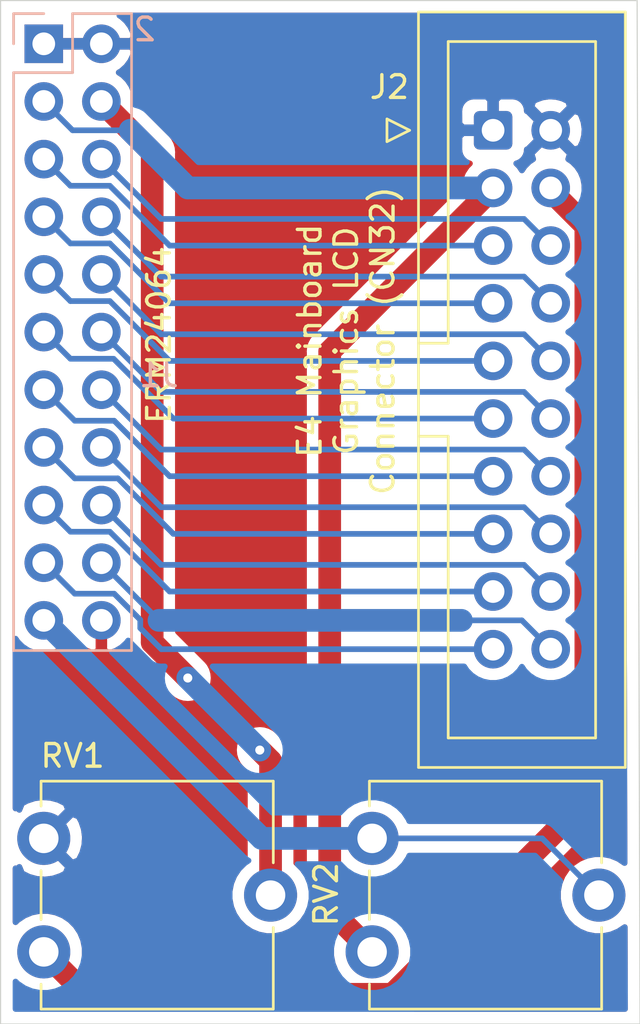
<source format=kicad_pcb>
(kicad_pcb (version 20171130) (host pcbnew "(5.1.10)-1")

  (general
    (thickness 1.6)
    (drawings 7)
    (tracks 85)
    (zones 0)
    (modules 4)
    (nets 22)
  )

  (page A4)
  (layers
    (0 F.Cu signal)
    (31 B.Cu signal)
    (32 B.Adhes user)
    (33 F.Adhes user)
    (34 B.Paste user)
    (35 F.Paste user)
    (36 B.SilkS user)
    (37 F.SilkS user)
    (38 B.Mask user)
    (39 F.Mask user)
    (40 Dwgs.User user)
    (41 Cmts.User user)
    (42 Eco1.User user)
    (43 Eco2.User user)
    (44 Edge.Cuts user)
    (45 Margin user)
    (46 B.CrtYd user)
    (47 F.CrtYd user)
    (48 B.Fab user)
    (49 F.Fab user)
  )

  (setup
    (last_trace_width 1)
    (user_trace_width 0.25)
    (user_trace_width 0.5)
    (user_trace_width 0.75)
    (user_trace_width 1)
    (trace_clearance 0.2)
    (zone_clearance 0.508)
    (zone_45_only no)
    (trace_min 0.2)
    (via_size 0.8)
    (via_drill 0.4)
    (via_min_size 0.4)
    (via_min_drill 0.3)
    (uvia_size 0.3)
    (uvia_drill 0.1)
    (uvias_allowed no)
    (uvia_min_size 0.2)
    (uvia_min_drill 0.1)
    (edge_width 0.05)
    (segment_width 0.2)
    (pcb_text_width 0.3)
    (pcb_text_size 1.5 1.5)
    (mod_edge_width 0.12)
    (mod_text_size 1 1)
    (mod_text_width 0.15)
    (pad_size 1.524 1.524)
    (pad_drill 0.762)
    (pad_to_mask_clearance 0)
    (aux_axis_origin 0 0)
    (visible_elements 7FFFFFFF)
    (pcbplotparams
      (layerselection 0x010fc_ffffffff)
      (usegerberextensions false)
      (usegerberattributes true)
      (usegerberadvancedattributes true)
      (creategerberjobfile true)
      (excludeedgelayer true)
      (linewidth 0.100000)
      (plotframeref false)
      (viasonmask false)
      (mode 1)
      (useauxorigin false)
      (hpglpennumber 1)
      (hpglpenspeed 20)
      (hpglpendiameter 15.000000)
      (psnegative false)
      (psa4output false)
      (plotreference true)
      (plotvalue true)
      (plotinvisibletext false)
      (padsonsilk false)
      (subtractmaskfromsilk false)
      (outputformat 1)
      (mirror false)
      (drillshape 0)
      (scaleselection 1)
      (outputdirectory "gerber/"))
  )

  (net 0 "")
  (net 1 +5V)
  (net 2 "Net-(J1-Pad4)")
  (net 3 ~WR)
  (net 4 ~RD)
  (net 5 ~CE)
  (net 6 C_D)
  (net 7 NC)
  (net 8 ~RST)
  (net 9 DB0)
  (net 10 DB1)
  (net 11 DB2)
  (net 12 DB3)
  (net 13 DB4)
  (net 14 DB5)
  (net 15 DB6)
  (net 16 DB7)
  (net 17 FS)
  (net 18 VOUT)
  (net 19 V0)
  (net 20 LED_A)
  (net 21 LED_K)

  (net_class Default "This is the default net class."
    (clearance 0.2)
    (trace_width 0.25)
    (via_dia 0.8)
    (via_drill 0.4)
    (uvia_dia 0.3)
    (uvia_drill 0.1)
    (add_net +5V)
    (add_net C_D)
    (add_net DB0)
    (add_net DB1)
    (add_net DB2)
    (add_net DB3)
    (add_net DB4)
    (add_net DB5)
    (add_net DB6)
    (add_net DB7)
    (add_net FS)
    (add_net LED_A)
    (add_net LED_K)
    (add_net NC)
    (add_net "Net-(J1-Pad4)")
    (add_net V0)
    (add_net VOUT)
    (add_net ~CE)
    (add_net ~RD)
    (add_net ~RST)
    (add_net ~WR)
  )

  (module Connector_PinSocket_2.54mm:PinSocket_2x11_P2.54mm_Vertical (layer B.Cu) (tedit 5A19A41F) (tstamp 60F11A8B)
    (at 127 30.48 180)
    (descr "Through hole straight socket strip, 2x11, 2.54mm pitch, double cols (from Kicad 4.0.7), script generated")
    (tags "Through hole socket strip THT 2x11 2.54mm double row")
    (path /60F381EC)
    (fp_text reference J1 (at -5.08 -14.605) (layer B.SilkS)
      (effects (font (size 1 1) (thickness 0.15)) (justify mirror))
    )
    (fp_text value ERM24064-1-display (at -1.27 -9.398 270) (layer F.Fab)
      (effects (font (size 1 1) (thickness 0.15)))
    )
    (fp_line (start -3.81 1.27) (end 0.27 1.27) (layer B.Fab) (width 0.1))
    (fp_line (start 0.27 1.27) (end 1.27 0.27) (layer B.Fab) (width 0.1))
    (fp_line (start 1.27 0.27) (end 1.27 -26.67) (layer B.Fab) (width 0.1))
    (fp_line (start 1.27 -26.67) (end -3.81 -26.67) (layer B.Fab) (width 0.1))
    (fp_line (start -3.81 -26.67) (end -3.81 1.27) (layer B.Fab) (width 0.1))
    (fp_line (start -3.87 1.33) (end -1.27 1.33) (layer B.SilkS) (width 0.12))
    (fp_line (start -3.87 1.33) (end -3.87 -26.73) (layer B.SilkS) (width 0.12))
    (fp_line (start -3.87 -26.73) (end 1.33 -26.73) (layer B.SilkS) (width 0.12))
    (fp_line (start 1.33 -1.27) (end 1.33 -26.73) (layer B.SilkS) (width 0.12))
    (fp_line (start -1.27 -1.27) (end 1.33 -1.27) (layer B.SilkS) (width 0.12))
    (fp_line (start -1.27 1.33) (end -1.27 -1.27) (layer B.SilkS) (width 0.12))
    (fp_line (start 1.33 1.33) (end 1.33 0) (layer B.SilkS) (width 0.12))
    (fp_line (start 0 1.33) (end 1.33 1.33) (layer B.SilkS) (width 0.12))
    (fp_line (start -4.34 1.8) (end 1.76 1.8) (layer B.CrtYd) (width 0.05))
    (fp_line (start 1.76 1.8) (end 1.76 -27.15) (layer B.CrtYd) (width 0.05))
    (fp_line (start 1.76 -27.15) (end -4.34 -27.15) (layer B.CrtYd) (width 0.05))
    (fp_line (start -4.34 -27.15) (end -4.34 1.8) (layer B.CrtYd) (width 0.05))
    (fp_text user %R (at -1.27 -12.7 270) (layer B.Fab)
      (effects (font (size 1 1) (thickness 0.15)) (justify mirror))
    )
    (pad 1 thru_hole rect (at 0 0 180) (size 1.7 1.7) (drill 1) (layers *.Cu *.Mask)
      (net 21 LED_K))
    (pad 2 thru_hole oval (at -2.54 0 180) (size 1.7 1.7) (drill 1) (layers *.Cu *.Mask)
      (net 21 LED_K))
    (pad 3 thru_hole oval (at 0 -2.54 180) (size 1.7 1.7) (drill 1) (layers *.Cu *.Mask)
      (net 1 +5V))
    (pad 4 thru_hole oval (at -2.54 -2.54 180) (size 1.7 1.7) (drill 1) (layers *.Cu *.Mask)
      (net 2 "Net-(J1-Pad4)"))
    (pad 5 thru_hole oval (at 0 -5.08 180) (size 1.7 1.7) (drill 1) (layers *.Cu *.Mask)
      (net 3 ~WR))
    (pad 6 thru_hole oval (at -2.54 -5.08 180) (size 1.7 1.7) (drill 1) (layers *.Cu *.Mask)
      (net 4 ~RD))
    (pad 7 thru_hole oval (at 0 -7.62 180) (size 1.7 1.7) (drill 1) (layers *.Cu *.Mask)
      (net 5 ~CE))
    (pad 8 thru_hole oval (at -2.54 -7.62 180) (size 1.7 1.7) (drill 1) (layers *.Cu *.Mask)
      (net 6 C_D))
    (pad 9 thru_hole oval (at 0 -10.16 180) (size 1.7 1.7) (drill 1) (layers *.Cu *.Mask)
      (net 7 NC))
    (pad 10 thru_hole oval (at -2.54 -10.16 180) (size 1.7 1.7) (drill 1) (layers *.Cu *.Mask)
      (net 8 ~RST))
    (pad 11 thru_hole oval (at 0 -12.7 180) (size 1.7 1.7) (drill 1) (layers *.Cu *.Mask)
      (net 9 DB0))
    (pad 12 thru_hole oval (at -2.54 -12.7 180) (size 1.7 1.7) (drill 1) (layers *.Cu *.Mask)
      (net 10 DB1))
    (pad 13 thru_hole oval (at 0 -15.24 180) (size 1.7 1.7) (drill 1) (layers *.Cu *.Mask)
      (net 11 DB2))
    (pad 14 thru_hole oval (at -2.54 -15.24 180) (size 1.7 1.7) (drill 1) (layers *.Cu *.Mask)
      (net 12 DB3))
    (pad 15 thru_hole oval (at 0 -17.78 180) (size 1.7 1.7) (drill 1) (layers *.Cu *.Mask)
      (net 13 DB4))
    (pad 16 thru_hole oval (at -2.54 -17.78 180) (size 1.7 1.7) (drill 1) (layers *.Cu *.Mask)
      (net 14 DB5))
    (pad 17 thru_hole oval (at 0 -20.32 180) (size 1.7 1.7) (drill 1) (layers *.Cu *.Mask)
      (net 15 DB6))
    (pad 18 thru_hole oval (at -2.54 -20.32 180) (size 1.7 1.7) (drill 1) (layers *.Cu *.Mask)
      (net 16 DB7))
    (pad 19 thru_hole oval (at 0 -22.86 180) (size 1.7 1.7) (drill 1) (layers *.Cu *.Mask)
      (net 17 FS))
    (pad 20 thru_hole oval (at -2.54 -22.86 180) (size 1.7 1.7) (drill 1) (layers *.Cu *.Mask)
      (net 18 VOUT))
    (pad 21 thru_hole oval (at 0 -25.4 180) (size 1.7 1.7) (drill 1) (layers *.Cu *.Mask)
      (net 20 LED_A))
    (pad 22 thru_hole oval (at -2.54 -25.4 180) (size 1.7 1.7) (drill 1) (layers *.Cu *.Mask)
      (net 21 LED_K))
    (model ${KISYS3DMOD}/Connector_PinSocket_2.54mm.3dshapes/PinSocket_2x11_P2.54mm_Vertical.wrl
      (at (xyz 0 0 0))
      (scale (xyz 1 1 1))
      (rotate (xyz 0 0 0))
    )
  )

  (module Connector_IDC:IDC-Header_2x10_P2.54mm_Vertical (layer F.Cu) (tedit 5EAC9A07) (tstamp 60F128F0)
    (at 146.812 34.29)
    (descr "Through hole IDC box header, 2x10, 2.54mm pitch, DIN 41651 / IEC 60603-13, double rows, https://docs.google.com/spreadsheets/d/16SsEcesNF15N3Lb4niX7dcUr-NY5_MFPQhobNuNppn4/edit#gid=0")
    (tags "Through hole vertical IDC box header THT 2x10 2.54mm double row")
    (path /60F3A593)
    (fp_text reference J2 (at -4.572 -1.905) (layer F.SilkS)
      (effects (font (size 1 1) (thickness 0.15)))
    )
    (fp_text value ERM24064-1-mainboard (at -1.778 11.938 90) (layer F.Fab)
      (effects (font (size 1 1) (thickness 0.15)))
    )
    (fp_line (start -3.18 -4.1) (end -2.18 -5.1) (layer F.Fab) (width 0.1))
    (fp_line (start -2.18 -5.1) (end 5.72 -5.1) (layer F.Fab) (width 0.1))
    (fp_line (start 5.72 -5.1) (end 5.72 27.96) (layer F.Fab) (width 0.1))
    (fp_line (start 5.72 27.96) (end -3.18 27.96) (layer F.Fab) (width 0.1))
    (fp_line (start -3.18 27.96) (end -3.18 -4.1) (layer F.Fab) (width 0.1))
    (fp_line (start -3.18 9.38) (end -1.98 9.38) (layer F.Fab) (width 0.1))
    (fp_line (start -1.98 9.38) (end -1.98 -3.91) (layer F.Fab) (width 0.1))
    (fp_line (start -1.98 -3.91) (end 4.52 -3.91) (layer F.Fab) (width 0.1))
    (fp_line (start 4.52 -3.91) (end 4.52 26.77) (layer F.Fab) (width 0.1))
    (fp_line (start 4.52 26.77) (end -1.98 26.77) (layer F.Fab) (width 0.1))
    (fp_line (start -1.98 26.77) (end -1.98 13.48) (layer F.Fab) (width 0.1))
    (fp_line (start -1.98 13.48) (end -1.98 13.48) (layer F.Fab) (width 0.1))
    (fp_line (start -1.98 13.48) (end -3.18 13.48) (layer F.Fab) (width 0.1))
    (fp_line (start -3.29 -5.21) (end 5.83 -5.21) (layer F.SilkS) (width 0.12))
    (fp_line (start 5.83 -5.21) (end 5.83 28.07) (layer F.SilkS) (width 0.12))
    (fp_line (start 5.83 28.07) (end -3.29 28.07) (layer F.SilkS) (width 0.12))
    (fp_line (start -3.29 28.07) (end -3.29 -5.21) (layer F.SilkS) (width 0.12))
    (fp_line (start -3.29 9.38) (end -1.98 9.38) (layer F.SilkS) (width 0.12))
    (fp_line (start -1.98 9.38) (end -1.98 -3.91) (layer F.SilkS) (width 0.12))
    (fp_line (start -1.98 -3.91) (end 4.52 -3.91) (layer F.SilkS) (width 0.12))
    (fp_line (start 4.52 -3.91) (end 4.52 26.77) (layer F.SilkS) (width 0.12))
    (fp_line (start 4.52 26.77) (end -1.98 26.77) (layer F.SilkS) (width 0.12))
    (fp_line (start -1.98 26.77) (end -1.98 13.48) (layer F.SilkS) (width 0.12))
    (fp_line (start -1.98 13.48) (end -1.98 13.48) (layer F.SilkS) (width 0.12))
    (fp_line (start -1.98 13.48) (end -3.29 13.48) (layer F.SilkS) (width 0.12))
    (fp_line (start -3.68 0) (end -4.68 -0.5) (layer F.SilkS) (width 0.12))
    (fp_line (start -4.68 -0.5) (end -4.68 0.5) (layer F.SilkS) (width 0.12))
    (fp_line (start -4.68 0.5) (end -3.68 0) (layer F.SilkS) (width 0.12))
    (fp_line (start -3.68 -5.6) (end -3.68 28.46) (layer F.CrtYd) (width 0.05))
    (fp_line (start -3.68 28.46) (end 6.22 28.46) (layer F.CrtYd) (width 0.05))
    (fp_line (start 6.22 28.46) (end 6.22 -5.6) (layer F.CrtYd) (width 0.05))
    (fp_line (start 6.22 -5.6) (end -3.68 -5.6) (layer F.CrtYd) (width 0.05))
    (fp_text user %R (at 1.27 11.43 90) (layer F.Fab)
      (effects (font (size 1 1) (thickness 0.15)))
    )
    (pad 1 thru_hole roundrect (at 0 0) (size 1.7 1.7) (drill 1) (layers *.Cu *.Mask) (roundrect_rratio 0.1470588235294118)
      (net 21 LED_K))
    (pad 3 thru_hole circle (at 0 2.54) (size 1.7 1.7) (drill 1) (layers *.Cu *.Mask)
      (net 1 +5V))
    (pad 5 thru_hole circle (at 0 5.08) (size 1.7 1.7) (drill 1) (layers *.Cu *.Mask)
      (net 3 ~WR))
    (pad 7 thru_hole circle (at 0 7.62) (size 1.7 1.7) (drill 1) (layers *.Cu *.Mask)
      (net 5 ~CE))
    (pad 9 thru_hole circle (at 0 10.16) (size 1.7 1.7) (drill 1) (layers *.Cu *.Mask)
      (net 7 NC))
    (pad 11 thru_hole circle (at 0 12.7) (size 1.7 1.7) (drill 1) (layers *.Cu *.Mask)
      (net 9 DB0))
    (pad 13 thru_hole circle (at 0 15.24) (size 1.7 1.7) (drill 1) (layers *.Cu *.Mask)
      (net 11 DB2))
    (pad 15 thru_hole circle (at 0 17.78) (size 1.7 1.7) (drill 1) (layers *.Cu *.Mask)
      (net 13 DB4))
    (pad 17 thru_hole circle (at 0 20.32) (size 1.7 1.7) (drill 1) (layers *.Cu *.Mask)
      (net 15 DB6))
    (pad 19 thru_hole circle (at 0 22.86) (size 1.7 1.7) (drill 1) (layers *.Cu *.Mask)
      (net 17 FS))
    (pad 2 thru_hole circle (at 2.54 0) (size 1.7 1.7) (drill 1) (layers *.Cu *.Mask)
      (net 21 LED_K))
    (pad 4 thru_hole circle (at 2.54 2.54) (size 1.7 1.7) (drill 1) (layers *.Cu *.Mask)
      (net 19 V0))
    (pad 6 thru_hole circle (at 2.54 5.08) (size 1.7 1.7) (drill 1) (layers *.Cu *.Mask)
      (net 4 ~RD))
    (pad 8 thru_hole circle (at 2.54 7.62) (size 1.7 1.7) (drill 1) (layers *.Cu *.Mask)
      (net 6 C_D))
    (pad 10 thru_hole circle (at 2.54 10.16) (size 1.7 1.7) (drill 1) (layers *.Cu *.Mask)
      (net 8 ~RST))
    (pad 12 thru_hole circle (at 2.54 12.7) (size 1.7 1.7) (drill 1) (layers *.Cu *.Mask)
      (net 10 DB1))
    (pad 14 thru_hole circle (at 2.54 15.24) (size 1.7 1.7) (drill 1) (layers *.Cu *.Mask)
      (net 12 DB3))
    (pad 16 thru_hole circle (at 2.54 17.78) (size 1.7 1.7) (drill 1) (layers *.Cu *.Mask)
      (net 14 DB5))
    (pad 18 thru_hole circle (at 2.54 20.32) (size 1.7 1.7) (drill 1) (layers *.Cu *.Mask)
      (net 16 DB7))
    (pad 20 thru_hole circle (at 2.54 22.86) (size 1.7 1.7) (drill 1) (layers *.Cu *.Mask)
      (net 18 VOUT))
    (model ${KISYS3DMOD}/Connector_IDC.3dshapes/IDC-Header_2x10_P2.54mm_Vertical.wrl
      (at (xyz 0 0 0))
      (scale (xyz 1 1 1))
      (rotate (xyz 0 0 0))
    )
  )

  (module Potentiometer_THT:Potentiometer_ACP_CA9-V10_Vertical (layer F.Cu) (tedit 5A3D4994) (tstamp 60F13C56)
    (at 127 70.485)
    (descr "Potentiometer, vertical, ACP CA9-V10, http://www.acptechnologies.com/wp-content/uploads/2017/05/02-ACP-CA9-CE9.pdf")
    (tags "Potentiometer vertical ACP CA9-V10")
    (path /60F1FCDA)
    (fp_text reference RV1 (at 1.27 -8.636) (layer F.SilkS)
      (effects (font (size 1 1) (thickness 0.15)))
    )
    (fp_text value "Trimpot 10k" (at 5.334 1.651) (layer F.Fab)
      (effects (font (size 1 1) (thickness 0.15)))
    )
    (fp_circle (center 5 -2.5) (end 6.05 -2.5) (layer F.Fab) (width 0.1))
    (fp_line (start 0 -7.4) (end 0 2.4) (layer F.Fab) (width 0.1))
    (fp_line (start 0 2.4) (end 10 2.4) (layer F.Fab) (width 0.1))
    (fp_line (start 10 2.4) (end 10 -7.4) (layer F.Fab) (width 0.1))
    (fp_line (start 10 -7.4) (end 0 -7.4) (layer F.Fab) (width 0.1))
    (fp_line (start -0.12 -7.521) (end 10.12 -7.521) (layer F.SilkS) (width 0.12))
    (fp_line (start -0.12 2.52) (end 10.12 2.52) (layer F.SilkS) (width 0.12))
    (fp_line (start -0.12 -7.521) (end -0.12 -6.426) (layer F.SilkS) (width 0.12))
    (fp_line (start -0.12 -3.574) (end -0.12 -1.425) (layer F.SilkS) (width 0.12))
    (fp_line (start -0.12 1.425) (end -0.12 2.52) (layer F.SilkS) (width 0.12))
    (fp_line (start 10.12 -7.521) (end 10.12 -3.925) (layer F.SilkS) (width 0.12))
    (fp_line (start 10.12 -1.075) (end 10.12 2.52) (layer F.SilkS) (width 0.12))
    (fp_line (start -1.45 -7.65) (end -1.45 2.7) (layer F.CrtYd) (width 0.05))
    (fp_line (start -1.45 2.7) (end 11.45 2.7) (layer F.CrtYd) (width 0.05))
    (fp_line (start 11.45 2.7) (end 11.45 -7.65) (layer F.CrtYd) (width 0.05))
    (fp_line (start 11.45 -7.65) (end -1.45 -7.65) (layer F.CrtYd) (width 0.05))
    (fp_text user %R (at 1 -2.5 90) (layer F.Fab)
      (effects (font (size 1 1) (thickness 0.15)))
    )
    (pad 3 thru_hole circle (at 0 -5) (size 2.34 2.34) (drill 1.3) (layers *.Cu *.Mask)
      (net 21 LED_K))
    (pad 2 thru_hole circle (at 10 -2.5) (size 2.34 2.34) (drill 1.3) (layers *.Cu *.Mask)
      (net 2 "Net-(J1-Pad4)"))
    (pad 1 thru_hole circle (at 0 0) (size 2.34 2.34) (drill 1.3) (layers *.Cu *.Mask)
      (net 19 V0))
    (model ${KISYS3DMOD}/Potentiometer_THT.3dshapes/Potentiometer_ACP_CA9-V10_Vertical.wrl
      (at (xyz 0 0 0))
      (scale (xyz 1 1 1))
      (rotate (xyz 0 0 0))
    )
  )

  (module Potentiometer_THT:Potentiometer_ACP_CA9-V10_Vertical (layer F.Cu) (tedit 5A3D4994) (tstamp 60F1138A)
    (at 141.478 70.485)
    (descr "Potentiometer, vertical, ACP CA9-V10, http://www.acptechnologies.com/wp-content/uploads/2017/05/02-ACP-CA9-CE9.pdf")
    (tags "Potentiometer vertical ACP CA9-V10")
    (path /60F41176)
    (fp_text reference RV2 (at -2.032 -2.54 270) (layer F.SilkS)
      (effects (font (size 1 1) (thickness 0.15)))
    )
    (fp_text value "Trimpot 1k" (at 5.207 1.651) (layer F.Fab)
      (effects (font (size 1 1) (thickness 0.15)))
    )
    (fp_line (start 11.45 -7.65) (end -1.45 -7.65) (layer F.CrtYd) (width 0.05))
    (fp_line (start 11.45 2.7) (end 11.45 -7.65) (layer F.CrtYd) (width 0.05))
    (fp_line (start -1.45 2.7) (end 11.45 2.7) (layer F.CrtYd) (width 0.05))
    (fp_line (start -1.45 -7.65) (end -1.45 2.7) (layer F.CrtYd) (width 0.05))
    (fp_line (start 10.12 -1.075) (end 10.12 2.52) (layer F.SilkS) (width 0.12))
    (fp_line (start 10.12 -7.521) (end 10.12 -3.925) (layer F.SilkS) (width 0.12))
    (fp_line (start -0.12 1.425) (end -0.12 2.52) (layer F.SilkS) (width 0.12))
    (fp_line (start -0.12 -3.574) (end -0.12 -1.425) (layer F.SilkS) (width 0.12))
    (fp_line (start -0.12 -7.521) (end -0.12 -6.426) (layer F.SilkS) (width 0.12))
    (fp_line (start -0.12 2.52) (end 10.12 2.52) (layer F.SilkS) (width 0.12))
    (fp_line (start -0.12 -7.521) (end 10.12 -7.521) (layer F.SilkS) (width 0.12))
    (fp_line (start 10 -7.4) (end 0 -7.4) (layer F.Fab) (width 0.1))
    (fp_line (start 10 2.4) (end 10 -7.4) (layer F.Fab) (width 0.1))
    (fp_line (start 0 2.4) (end 10 2.4) (layer F.Fab) (width 0.1))
    (fp_line (start 0 -7.4) (end 0 2.4) (layer F.Fab) (width 0.1))
    (fp_circle (center 5 -2.5) (end 6.05 -2.5) (layer F.Fab) (width 0.1))
    (fp_text user %R (at 1 -2.5 90) (layer F.Fab)
      (effects (font (size 1 1) (thickness 0.15)))
    )
    (pad 1 thru_hole circle (at 0 0) (size 2.34 2.34) (drill 1.3) (layers *.Cu *.Mask)
      (net 1 +5V))
    (pad 2 thru_hole circle (at 10 -2.5) (size 2.34 2.34) (drill 1.3) (layers *.Cu *.Mask)
      (net 20 LED_A))
    (pad 3 thru_hole circle (at 0 -5) (size 2.34 2.34) (drill 1.3) (layers *.Cu *.Mask)
      (net 20 LED_A))
    (model ${KISYS3DMOD}/Potentiometer_THT.3dshapes/Potentiometer_ACP_CA9-V10_Vertical.wrl
      (at (xyz 0 0 0))
      (scale (xyz 1 1 1))
      (rotate (xyz 0 0 0))
    )
  )

  (gr_text 2 (at 131.445 29.845) (layer B.SilkS)
    (effects (font (size 1 1) (thickness 0.15)) (justify mirror))
  )
  (gr_text ERM24064 (at 132.08 43.307 90) (layer F.SilkS)
    (effects (font (size 1 1) (thickness 0.15)))
  )
  (gr_text "E4 Mainboard\nGraphics LCD\nConnector (CN32)" (at 140.335 43.561 90) (layer F.SilkS)
    (effects (font (size 1 1) (thickness 0.15)))
  )
  (gr_line (start 153.289 73.66) (end 125.095 73.66) (layer Edge.Cuts) (width 0.05) (tstamp 60F134C0))
  (gr_line (start 153.162 28.575) (end 153.289 73.66) (layer Edge.Cuts) (width 0.05))
  (gr_line (start 125.095 73.66) (end 125.095 28.575) (layer Edge.Cuts) (width 0.05) (tstamp 60F12114))
  (gr_line (start 125.095 28.575) (end 153.162 28.575) (layer Edge.Cuts) (width 0.05))

  (segment (start 146.812 36.83) (end 133.35 36.83) (width 1) (layer B.Cu) (net 1))
  (segment (start 133.35 36.83) (end 130.81 34.29) (width 1) (layer B.Cu) (net 1))
  (segment (start 128.27 34.29) (end 127 33.02) (width 0.25) (layer B.Cu) (net 1))
  (segment (start 130.81 34.29) (end 128.27 34.29) (width 0.25) (layer B.Cu) (net 1))
  (segment (start 139.607999 68.614999) (end 141.478 70.485) (width 1) (layer F.Cu) (net 1))
  (segment (start 139.607999 44.034001) (end 139.607999 68.614999) (width 1) (layer F.Cu) (net 1))
  (segment (start 146.812 36.83) (end 139.607999 44.034001) (width 1) (layer F.Cu) (net 1))
  (segment (start 131.77999 35.25999) (end 129.54 33.02) (width 1) (layer F.Cu) (net 2))
  (via (at 136.525 61.595) (size 0.8) (drill 0.4) (layers F.Cu B.Cu) (net 2))
  (segment (start 137 62.07) (end 136.525 61.595) (width 1) (layer F.Cu) (net 2))
  (segment (start 137 67.985) (end 137 62.07) (width 1) (layer F.Cu) (net 2))
  (via (at 133.35 58.42) (size 0.8) (drill 0.4) (layers F.Cu B.Cu) (net 2))
  (segment (start 136.525 61.595) (end 133.35 58.42) (width 1) (layer B.Cu) (net 2))
  (segment (start 131.77999 56.84999) (end 131.77999 35.25999) (width 1) (layer F.Cu) (net 2))
  (segment (start 133.35 58.42) (end 131.77999 56.84999) (width 1) (layer F.Cu) (net 2))
  (segment (start 128.175001 36.735001) (end 127 35.56) (width 0.25) (layer B.Cu) (net 3))
  (segment (start 129.914003 36.735001) (end 128.175001 36.735001) (width 0.25) (layer B.Cu) (net 3))
  (segment (start 132.549002 39.37) (end 129.914003 36.735001) (width 0.25) (layer B.Cu) (net 3))
  (segment (start 146.812 39.37) (end 132.549002 39.37) (width 0.25) (layer B.Cu) (net 3))
  (segment (start 148.176999 38.194999) (end 149.352 39.37) (width 0.25) (layer B.Cu) (net 4))
  (segment (start 132.174999 38.194999) (end 148.176999 38.194999) (width 0.25) (layer B.Cu) (net 4))
  (segment (start 129.54 35.56) (end 132.174999 38.194999) (width 0.25) (layer B.Cu) (net 4))
  (segment (start 128.175001 39.275001) (end 127 38.1) (width 0.25) (layer B.Cu) (net 5))
  (segment (start 129.914003 39.275001) (end 128.175001 39.275001) (width 0.25) (layer B.Cu) (net 5))
  (segment (start 132.549002 41.91) (end 129.914003 39.275001) (width 0.25) (layer B.Cu) (net 5))
  (segment (start 146.812 41.91) (end 132.549002 41.91) (width 0.25) (layer B.Cu) (net 5))
  (segment (start 148.176999 40.734999) (end 149.352 41.91) (width 0.25) (layer B.Cu) (net 6))
  (segment (start 132.174999 40.734999) (end 148.176999 40.734999) (width 0.25) (layer B.Cu) (net 6))
  (segment (start 129.54 38.1) (end 132.174999 40.734999) (width 0.25) (layer B.Cu) (net 6))
  (segment (start 128.175001 41.815001) (end 127 40.64) (width 0.25) (layer B.Cu) (net 7))
  (segment (start 129.914003 41.815001) (end 128.175001 41.815001) (width 0.25) (layer B.Cu) (net 7))
  (segment (start 132.549002 44.45) (end 129.914003 41.815001) (width 0.25) (layer B.Cu) (net 7))
  (segment (start 146.812 44.45) (end 132.549002 44.45) (width 0.25) (layer B.Cu) (net 7))
  (segment (start 148.176999 43.274999) (end 149.352 44.45) (width 0.25) (layer B.Cu) (net 8))
  (segment (start 132.174999 43.274999) (end 148.176999 43.274999) (width 0.25) (layer B.Cu) (net 8))
  (segment (start 129.54 40.64) (end 132.174999 43.274999) (width 0.25) (layer B.Cu) (net 8))
  (segment (start 132.71359 46.99) (end 146.812 46.99) (width 0.25) (layer B.Cu) (net 9))
  (segment (start 130.078591 44.355001) (end 132.71359 46.99) (width 0.25) (layer B.Cu) (net 9))
  (segment (start 128.175001 44.355001) (end 130.078591 44.355001) (width 0.25) (layer B.Cu) (net 9))
  (segment (start 127 43.18) (end 128.175001 44.355001) (width 0.25) (layer B.Cu) (net 9))
  (segment (start 148.176999 45.814999) (end 149.352 46.99) (width 0.25) (layer B.Cu) (net 10))
  (segment (start 132.174999 45.814999) (end 148.176999 45.814999) (width 0.25) (layer B.Cu) (net 10))
  (segment (start 129.54 43.18) (end 132.174999 45.814999) (width 0.25) (layer B.Cu) (net 10))
  (segment (start 132.549002 49.53) (end 146.812 49.53) (width 0.25) (layer B.Cu) (net 11))
  (segment (start 130.104001 47.084999) (end 132.549002 49.53) (width 0.25) (layer B.Cu) (net 11))
  (segment (start 128.364999 47.084999) (end 130.104001 47.084999) (width 0.25) (layer B.Cu) (net 11))
  (segment (start 127 45.72) (end 128.364999 47.084999) (width 0.25) (layer B.Cu) (net 11))
  (segment (start 148.176999 48.354999) (end 149.352 49.53) (width 0.25) (layer B.Cu) (net 12))
  (segment (start 132.174999 48.354999) (end 148.176999 48.354999) (width 0.25) (layer B.Cu) (net 12))
  (segment (start 129.54 45.72) (end 132.174999 48.354999) (width 0.25) (layer B.Cu) (net 12))
  (segment (start 132.71359 52.07) (end 146.812 52.07) (width 0.25) (layer B.Cu) (net 13))
  (segment (start 130.268589 49.624999) (end 132.71359 52.07) (width 0.25) (layer B.Cu) (net 13))
  (segment (start 128.364999 49.624999) (end 130.268589 49.624999) (width 0.25) (layer B.Cu) (net 13))
  (segment (start 127 48.26) (end 128.364999 49.624999) (width 0.25) (layer B.Cu) (net 13))
  (segment (start 148.176999 50.894999) (end 149.352 52.07) (width 0.25) (layer B.Cu) (net 14))
  (segment (start 132.174999 50.894999) (end 148.176999 50.894999) (width 0.25) (layer B.Cu) (net 14))
  (segment (start 129.54 48.26) (end 132.174999 50.894999) (width 0.25) (layer B.Cu) (net 14))
  (segment (start 129.914003 51.975001) (end 132.549002 54.61) (width 0.25) (layer B.Cu) (net 15))
  (segment (start 132.549002 54.61) (end 146.812 54.61) (width 0.25) (layer B.Cu) (net 15))
  (segment (start 128.175001 51.975001) (end 129.914003 51.975001) (width 0.25) (layer B.Cu) (net 15))
  (segment (start 127 50.8) (end 128.175001 51.975001) (width 0.25) (layer B.Cu) (net 15))
  (segment (start 148.176999 53.434999) (end 149.352 54.61) (width 0.25) (layer B.Cu) (net 16))
  (segment (start 132.174999 53.434999) (end 148.176999 53.434999) (width 0.25) (layer B.Cu) (net 16))
  (segment (start 129.54 50.8) (end 132.174999 53.434999) (width 0.25) (layer B.Cu) (net 16))
  (segment (start 132.18326 57.15) (end 146.812 57.15) (width 0.25) (layer B.Cu) (net 17))
  (segment (start 131.25499 56.22173) (end 132.18326 57.15) (width 0.25) (layer B.Cu) (net 17))
  (segment (start 131.25499 55.855988) (end 131.25499 56.22173) (width 0.25) (layer B.Cu) (net 17))
  (segment (start 130.104001 54.704999) (end 131.25499 55.855988) (width 0.25) (layer B.Cu) (net 17))
  (segment (start 128.364999 54.704999) (end 130.104001 54.704999) (width 0.25) (layer B.Cu) (net 17))
  (segment (start 127 53.34) (end 128.364999 54.704999) (width 0.25) (layer B.Cu) (net 17))
  (segment (start 132.08 55.88) (end 145.415 55.88) (width 1) (layer B.Cu) (net 18))
  (segment (start 148.082 55.88) (end 149.352 57.15) (width 0.25) (layer B.Cu) (net 18))
  (segment (start 145.415 55.88) (end 148.082 55.88) (width 0.25) (layer B.Cu) (net 18))
  (segment (start 132.08 55.88) (end 129.54 53.34) (width 0.25) (layer B.Cu) (net 18))
  (segment (start 149.352 36.957) (end 149.352 36.83) (width 1) (layer F.Cu) (net 19))
  (segment (start 150.902001 38.507001) (end 149.352 36.957) (width 1) (layer F.Cu) (net 19))
  (segment (start 150.902001 63.828601) (end 150.902001 38.507001) (width 1) (layer F.Cu) (net 19))
  (segment (start 128.870001 72.355001) (end 142.375601 72.355001) (width 1) (layer F.Cu) (net 19))
  (segment (start 142.375601 72.355001) (end 150.902001 63.828601) (width 1) (layer F.Cu) (net 19))
  (segment (start 127 70.485) (end 128.870001 72.355001) (width 1) (layer F.Cu) (net 19))
  (segment (start 136.605 65.485) (end 141.478 65.485) (width 1) (layer B.Cu) (net 20))
  (segment (start 127 55.88) (end 136.605 65.485) (width 1) (layer B.Cu) (net 20))
  (segment (start 148.978 65.485) (end 151.478 67.985) (width 0.25) (layer B.Cu) (net 20))
  (segment (start 141.478 65.485) (end 148.978 65.485) (width 0.25) (layer B.Cu) (net 20))
  (segment (start 129.54 30.48) (end 131.445 30.48) (width 0.25) (layer F.Cu) (net 21))

  (zone (net 21) (net_name LED_K) (layer F.Cu) (tstamp 0) (hatch edge 0.508)
    (connect_pads (clearance 0.508))
    (min_thickness 0.254)
    (fill yes (arc_segments 32) (thermal_gap 0.508) (thermal_bridge_width 0.508))
    (polygon
      (pts
        (xy 153.035 73.66) (xy 125.095 73.66) (xy 125.095 28.575) (xy 153.035 28.575)
      )
    )
    (filled_polygon
      (pts
        (xy 152.609025 66.569872) (xy 152.332988 66.385429) (xy 152.004499 66.249365) (xy 151.655777 66.18) (xy 151.300223 66.18)
        (xy 150.951501 66.249365) (xy 150.623012 66.385429) (xy 150.327379 66.582965) (xy 150.075965 66.834379) (xy 149.878429 67.130012)
        (xy 149.742365 67.458501) (xy 149.673 67.807223) (xy 149.673 68.162777) (xy 149.742365 68.511499) (xy 149.878429 68.839988)
        (xy 150.075965 69.135621) (xy 150.327379 69.387035) (xy 150.623012 69.584571) (xy 150.951501 69.720635) (xy 151.300223 69.79)
        (xy 151.655777 69.79) (xy 152.004499 69.720635) (xy 152.332988 69.584571) (xy 152.616983 69.394811) (xy 152.627138 73)
        (xy 143.335733 73) (xy 151.665147 64.670588) (xy 151.70845 64.63505) (xy 151.850285 64.462224) (xy 151.955677 64.265048)
        (xy 152.020578 64.0511) (xy 152.037001 63.884353) (xy 152.037001 63.884352) (xy 152.042492 63.828601) (xy 152.037001 63.772849)
        (xy 152.037001 38.562742) (xy 152.042491 38.507) (xy 152.037001 38.451258) (xy 152.037001 38.451249) (xy 152.020578 38.284502)
        (xy 151.955677 38.070554) (xy 151.850285 37.873378) (xy 151.70845 37.700552) (xy 151.665141 37.66501) (xy 150.837 36.836869)
        (xy 150.837 36.68374) (xy 150.779932 36.396842) (xy 150.66799 36.126589) (xy 150.505475 35.883368) (xy 150.298632 35.676525)
        (xy 150.125271 35.560689) (xy 150.200792 35.318397) (xy 149.352 34.469605) (xy 148.503208 35.318397) (xy 148.578729 35.560689)
        (xy 148.405368 35.676525) (xy 148.198525 35.883368) (xy 148.082 36.05776) (xy 147.965475 35.883368) (xy 147.83362 35.751513)
        (xy 147.90618 35.729502) (xy 148.016494 35.670537) (xy 148.113185 35.591185) (xy 148.192537 35.494494) (xy 148.251502 35.38418)
        (xy 148.287812 35.264482) (xy 148.300072 35.14) (xy 148.300025 35.131443) (xy 148.323603 35.138792) (xy 149.172395 34.29)
        (xy 149.531605 34.29) (xy 150.380397 35.138792) (xy 150.629472 35.061157) (xy 150.755371 34.797117) (xy 150.827339 34.513589)
        (xy 150.842611 34.221469) (xy 150.800599 33.931981) (xy 150.702919 33.656253) (xy 150.629472 33.518843) (xy 150.380397 33.441208)
        (xy 149.531605 34.29) (xy 149.172395 34.29) (xy 148.323603 33.441208) (xy 148.300025 33.448557) (xy 148.300072 33.44)
        (xy 148.287812 33.315518) (xy 148.271458 33.261603) (xy 148.503208 33.261603) (xy 149.352 34.110395) (xy 150.200792 33.261603)
        (xy 150.123157 33.012528) (xy 149.859117 32.886629) (xy 149.575589 32.814661) (xy 149.283469 32.799389) (xy 148.993981 32.841401)
        (xy 148.718253 32.939081) (xy 148.580843 33.012528) (xy 148.503208 33.261603) (xy 148.271458 33.261603) (xy 148.251502 33.19582)
        (xy 148.192537 33.085506) (xy 148.113185 32.988815) (xy 148.016494 32.909463) (xy 147.90618 32.850498) (xy 147.786482 32.814188)
        (xy 147.662 32.801928) (xy 147.09775 32.805) (xy 146.939 32.96375) (xy 146.939 34.163) (xy 146.959 34.163)
        (xy 146.959 34.417) (xy 146.939 34.417) (xy 146.939 34.437) (xy 146.685 34.437) (xy 146.685 34.417)
        (xy 145.48575 34.417) (xy 145.327 34.57575) (xy 145.323928 35.14) (xy 145.336188 35.264482) (xy 145.372498 35.38418)
        (xy 145.431463 35.494494) (xy 145.510815 35.591185) (xy 145.607506 35.670537) (xy 145.71782 35.729502) (xy 145.79038 35.751513)
        (xy 145.658525 35.883368) (xy 145.49601 36.126589) (xy 145.384068 36.396842) (xy 145.327 36.68374) (xy 145.327 36.709868)
        (xy 138.844864 43.192005) (xy 138.80155 43.227552) (xy 138.659715 43.400378) (xy 138.554324 43.597554) (xy 138.554323 43.597555)
        (xy 138.489422 43.811503) (xy 138.467508 44.034001) (xy 138.472999 44.089752) (xy 138.473 66.940585) (xy 138.402035 66.834379)
        (xy 138.150621 66.582965) (xy 138.135 66.572527) (xy 138.135 62.125741) (xy 138.14049 62.069999) (xy 138.135 62.014257)
        (xy 138.135 62.014248) (xy 138.118577 61.847501) (xy 138.053676 61.633553) (xy 137.948284 61.436377) (xy 137.806449 61.263551)
        (xy 137.763135 61.228004) (xy 137.288143 60.753012) (xy 137.158622 60.646717) (xy 136.961446 60.541324) (xy 136.747498 60.476423)
        (xy 136.525 60.454509) (xy 136.302502 60.476423) (xy 136.088554 60.541324) (xy 135.891378 60.646717) (xy 135.718552 60.788552)
        (xy 135.576717 60.961378) (xy 135.471324 61.158554) (xy 135.406423 61.372502) (xy 135.384509 61.595) (xy 135.406423 61.817498)
        (xy 135.471324 62.031446) (xy 135.576717 62.228622) (xy 135.683012 62.358143) (xy 135.865001 62.540132) (xy 135.865 66.572527)
        (xy 135.849379 66.582965) (xy 135.597965 66.834379) (xy 135.400429 67.130012) (xy 135.264365 67.458501) (xy 135.195 67.807223)
        (xy 135.195 68.162777) (xy 135.264365 68.511499) (xy 135.400429 68.839988) (xy 135.597965 69.135621) (xy 135.849379 69.387035)
        (xy 136.145012 69.584571) (xy 136.473501 69.720635) (xy 136.822223 69.79) (xy 137.177777 69.79) (xy 137.526499 69.720635)
        (xy 137.854988 69.584571) (xy 138.150621 69.387035) (xy 138.402035 69.135621) (xy 138.524335 68.952587) (xy 138.554323 69.051445)
        (xy 138.599316 69.135621) (xy 138.659716 69.248622) (xy 138.801551 69.421448) (xy 138.844859 69.45699) (xy 139.676665 70.288797)
        (xy 139.673 70.307223) (xy 139.673 70.662777) (xy 139.742365 71.011499) (xy 139.828729 71.220001) (xy 129.340133 71.220001)
        (xy 128.801335 70.681203) (xy 128.805 70.662777) (xy 128.805 70.307223) (xy 128.735635 69.958501) (xy 128.599571 69.630012)
        (xy 128.402035 69.334379) (xy 128.150621 69.082965) (xy 127.854988 68.885429) (xy 127.526499 68.749365) (xy 127.177777 68.68)
        (xy 126.822223 68.68) (xy 126.473501 68.749365) (xy 126.145012 68.885429) (xy 125.849379 69.082965) (xy 125.755 69.177344)
        (xy 125.755 66.804138) (xy 125.807735 66.856873) (xy 125.923004 66.741604) (xy 126.039275 67.023389) (xy 126.35786 67.181257)
        (xy 126.701122 67.273938) (xy 127.055869 67.297873) (xy 127.40847 67.252139) (xy 127.745373 67.138495) (xy 127.960725 67.023389)
        (xy 128.076997 66.741602) (xy 127 65.664605) (xy 126.985858 65.678748) (xy 126.806253 65.499143) (xy 126.820395 65.485)
        (xy 127.179605 65.485) (xy 128.256602 66.561997) (xy 128.538389 66.445725) (xy 128.696257 66.12714) (xy 128.788938 65.783878)
        (xy 128.812873 65.429131) (xy 128.767139 65.07653) (xy 128.653495 64.739627) (xy 128.538389 64.524275) (xy 128.256602 64.408003)
        (xy 127.179605 65.485) (xy 126.820395 65.485) (xy 126.806253 65.470858) (xy 126.985858 65.291253) (xy 127 65.305395)
        (xy 128.076997 64.228398) (xy 127.960725 63.946611) (xy 127.64214 63.788743) (xy 127.298878 63.696062) (xy 126.944131 63.672127)
        (xy 126.59153 63.717861) (xy 126.254627 63.831505) (xy 126.039275 63.946611) (xy 125.923004 64.228396) (xy 125.807735 64.113127)
        (xy 125.755 64.165862) (xy 125.755 56.689655) (xy 125.846525 56.826632) (xy 126.053368 57.033475) (xy 126.296589 57.19599)
        (xy 126.566842 57.307932) (xy 126.85374 57.365) (xy 127.14626 57.365) (xy 127.433158 57.307932) (xy 127.703411 57.19599)
        (xy 127.946632 57.033475) (xy 128.153475 56.826632) (xy 128.2711 56.650594) (xy 128.442412 56.880269) (xy 128.658645 57.075178)
        (xy 128.908748 57.224157) (xy 129.183109 57.321481) (xy 129.413 57.200814) (xy 129.413 56.007) (xy 129.393 56.007)
        (xy 129.393 55.753) (xy 129.413 55.753) (xy 129.413 55.733) (xy 129.667 55.733) (xy 129.667 55.753)
        (xy 129.687 55.753) (xy 129.687 56.007) (xy 129.667 56.007) (xy 129.667 57.200814) (xy 129.896891 57.321481)
        (xy 130.171252 57.224157) (xy 130.421355 57.075178) (xy 130.637588 56.880269) (xy 130.64191 56.874474) (xy 130.64499 56.905741)
        (xy 130.661413 57.072488) (xy 130.726314 57.286436) (xy 130.831706 57.483613) (xy 130.973541 57.656439) (xy 131.016855 57.691986)
        (xy 132.586856 59.261988) (xy 132.716376 59.368283) (xy 132.913552 59.473675) (xy 133.1275 59.538576) (xy 133.349999 59.56049)
        (xy 133.572498 59.538576) (xy 133.786446 59.473675) (xy 133.983622 59.368283) (xy 134.156448 59.226448) (xy 134.298283 59.053622)
        (xy 134.403675 58.856446) (xy 134.468576 58.642498) (xy 134.49049 58.419999) (xy 134.468576 58.1975) (xy 134.403675 57.983552)
        (xy 134.298283 57.786376) (xy 134.191988 57.656856) (xy 132.91499 56.379859) (xy 132.91499 35.315731) (xy 132.92048 35.259989)
        (xy 132.91499 35.204247) (xy 132.91499 35.204238) (xy 132.898567 35.037491) (xy 132.833666 34.823543) (xy 132.728274 34.626367)
        (xy 132.586439 34.453541) (xy 132.543131 34.417999) (xy 131.565132 33.44) (xy 145.323928 33.44) (xy 145.327 34.00425)
        (xy 145.48575 34.163) (xy 146.685 34.163) (xy 146.685 32.96375) (xy 146.52625 32.805) (xy 145.962 32.801928)
        (xy 145.837518 32.814188) (xy 145.71782 32.850498) (xy 145.607506 32.909463) (xy 145.510815 32.988815) (xy 145.431463 33.085506)
        (xy 145.372498 33.19582) (xy 145.336188 33.315518) (xy 145.323928 33.44) (xy 131.565132 33.44) (xy 131.025 32.899869)
        (xy 131.025 32.87374) (xy 130.967932 32.586842) (xy 130.85599 32.316589) (xy 130.693475 32.073368) (xy 130.486632 31.866525)
        (xy 130.304466 31.744805) (xy 130.421355 31.675178) (xy 130.637588 31.480269) (xy 130.811641 31.24692) (xy 130.936825 30.984099)
        (xy 130.981476 30.83689) (xy 130.860155 30.607) (xy 129.667 30.607) (xy 129.667 30.627) (xy 129.413 30.627)
        (xy 129.413 30.607) (xy 127.127 30.607) (xy 127.127 30.627) (xy 126.873 30.627) (xy 126.873 30.607)
        (xy 126.853 30.607) (xy 126.853 30.353) (xy 126.873 30.353) (xy 126.873 30.333) (xy 127.127 30.333)
        (xy 127.127 30.353) (xy 129.413 30.353) (xy 129.413 30.333) (xy 129.667 30.333) (xy 129.667 30.353)
        (xy 130.860155 30.353) (xy 130.981476 30.12311) (xy 130.936825 29.975901) (xy 130.811641 29.71308) (xy 130.637588 29.479731)
        (xy 130.421355 29.284822) (xy 130.337715 29.235) (xy 152.503857 29.235)
      )
    )
  )
  (zone (net 21) (net_name LED_K) (layer B.Cu) (tstamp 0) (hatch edge 0.508)
    (connect_pads (clearance 0.508))
    (min_thickness 0.254)
    (fill yes (arc_segments 32) (thermal_gap 0.508) (thermal_bridge_width 0.508))
    (polygon
      (pts
        (xy 153.035 73.66) (xy 125.095 73.66) (xy 125.095 28.575) (xy 153.035 28.575)
      )
    )
    (filled_polygon
      (pts
        (xy 125.846525 56.826632) (xy 126.053368 57.033475) (xy 126.296589 57.19599) (xy 126.566842 57.307932) (xy 126.85374 57.365)
        (xy 126.879869 57.365) (xy 135.763009 66.248141) (xy 135.798551 66.291449) (xy 135.971377 66.433284) (xy 136.028054 66.463578)
        (xy 135.849379 66.582965) (xy 135.597965 66.834379) (xy 135.400429 67.130012) (xy 135.264365 67.458501) (xy 135.195 67.807223)
        (xy 135.195 68.162777) (xy 135.264365 68.511499) (xy 135.400429 68.839988) (xy 135.597965 69.135621) (xy 135.849379 69.387035)
        (xy 136.145012 69.584571) (xy 136.473501 69.720635) (xy 136.822223 69.79) (xy 137.177777 69.79) (xy 137.526499 69.720635)
        (xy 137.854988 69.584571) (xy 138.150621 69.387035) (xy 138.402035 69.135621) (xy 138.599571 68.839988) (xy 138.735635 68.511499)
        (xy 138.805 68.162777) (xy 138.805 67.807223) (xy 138.735635 67.458501) (xy 138.599571 67.130012) (xy 138.402035 66.834379)
        (xy 138.187656 66.62) (xy 140.065527 66.62) (xy 140.075965 66.635621) (xy 140.327379 66.887035) (xy 140.623012 67.084571)
        (xy 140.951501 67.220635) (xy 141.300223 67.29) (xy 141.655777 67.29) (xy 142.004499 67.220635) (xy 142.332988 67.084571)
        (xy 142.628621 66.887035) (xy 142.880035 66.635621) (xy 143.077571 66.339988) (xy 143.116916 66.245) (xy 148.663199 66.245)
        (xy 149.781711 67.363512) (xy 149.742365 67.458501) (xy 149.673 67.807223) (xy 149.673 68.162777) (xy 149.742365 68.511499)
        (xy 149.878429 68.839988) (xy 150.075965 69.135621) (xy 150.327379 69.387035) (xy 150.623012 69.584571) (xy 150.951501 69.720635)
        (xy 151.300223 69.79) (xy 151.655777 69.79) (xy 152.004499 69.720635) (xy 152.332988 69.584571) (xy 152.616983 69.394811)
        (xy 152.627138 73) (xy 125.755 73) (xy 125.755 71.792656) (xy 125.849379 71.887035) (xy 126.145012 72.084571)
        (xy 126.473501 72.220635) (xy 126.822223 72.29) (xy 127.177777 72.29) (xy 127.526499 72.220635) (xy 127.854988 72.084571)
        (xy 128.150621 71.887035) (xy 128.402035 71.635621) (xy 128.599571 71.339988) (xy 128.735635 71.011499) (xy 128.805 70.662777)
        (xy 128.805 70.307223) (xy 139.673 70.307223) (xy 139.673 70.662777) (xy 139.742365 71.011499) (xy 139.878429 71.339988)
        (xy 140.075965 71.635621) (xy 140.327379 71.887035) (xy 140.623012 72.084571) (xy 140.951501 72.220635) (xy 141.300223 72.29)
        (xy 141.655777 72.29) (xy 142.004499 72.220635) (xy 142.332988 72.084571) (xy 142.628621 71.887035) (xy 142.880035 71.635621)
        (xy 143.077571 71.339988) (xy 143.213635 71.011499) (xy 143.283 70.662777) (xy 143.283 70.307223) (xy 143.213635 69.958501)
        (xy 143.077571 69.630012) (xy 142.880035 69.334379) (xy 142.628621 69.082965) (xy 142.332988 68.885429) (xy 142.004499 68.749365)
        (xy 141.655777 68.68) (xy 141.300223 68.68) (xy 140.951501 68.749365) (xy 140.623012 68.885429) (xy 140.327379 69.082965)
        (xy 140.075965 69.334379) (xy 139.878429 69.630012) (xy 139.742365 69.958501) (xy 139.673 70.307223) (xy 128.805 70.307223)
        (xy 128.735635 69.958501) (xy 128.599571 69.630012) (xy 128.402035 69.334379) (xy 128.150621 69.082965) (xy 127.854988 68.885429)
        (xy 127.526499 68.749365) (xy 127.177777 68.68) (xy 126.822223 68.68) (xy 126.473501 68.749365) (xy 126.145012 68.885429)
        (xy 125.849379 69.082965) (xy 125.755 69.177344) (xy 125.755 66.804138) (xy 125.807735 66.856873) (xy 125.923004 66.741604)
        (xy 126.039275 67.023389) (xy 126.35786 67.181257) (xy 126.701122 67.273938) (xy 127.055869 67.297873) (xy 127.40847 67.252139)
        (xy 127.745373 67.138495) (xy 127.960725 67.023389) (xy 128.076997 66.741602) (xy 127 65.664605) (xy 126.985858 65.678748)
        (xy 126.806253 65.499143) (xy 126.820395 65.485) (xy 127.179605 65.485) (xy 128.256602 66.561997) (xy 128.538389 66.445725)
        (xy 128.696257 66.12714) (xy 128.788938 65.783878) (xy 128.812873 65.429131) (xy 128.767139 65.07653) (xy 128.653495 64.739627)
        (xy 128.538389 64.524275) (xy 128.256602 64.408003) (xy 127.179605 65.485) (xy 126.820395 65.485) (xy 126.806253 65.470858)
        (xy 126.985858 65.291253) (xy 127 65.305395) (xy 128.076997 64.228398) (xy 127.960725 63.946611) (xy 127.64214 63.788743)
        (xy 127.298878 63.696062) (xy 126.944131 63.672127) (xy 126.59153 63.717861) (xy 126.254627 63.831505) (xy 126.039275 63.946611)
        (xy 125.923004 64.228396) (xy 125.807735 64.113127) (xy 125.755 64.165862) (xy 125.755 56.689655)
      )
    )
    (filled_polygon
      (pts
        (xy 152.609025 66.569872) (xy 152.332988 66.385429) (xy 152.004499 66.249365) (xy 151.655777 66.18) (xy 151.300223 66.18)
        (xy 150.951501 66.249365) (xy 150.856512 66.288711) (xy 149.541804 64.974003) (xy 149.518001 64.944999) (xy 149.402276 64.850026)
        (xy 149.270247 64.779454) (xy 149.126986 64.735997) (xy 149.015333 64.725) (xy 149.015322 64.725) (xy 148.978 64.721324)
        (xy 148.940678 64.725) (xy 143.116916 64.725) (xy 143.077571 64.630012) (xy 142.880035 64.334379) (xy 142.628621 64.082965)
        (xy 142.332988 63.885429) (xy 142.004499 63.749365) (xy 141.655777 63.68) (xy 141.300223 63.68) (xy 140.951501 63.749365)
        (xy 140.623012 63.885429) (xy 140.327379 64.082965) (xy 140.075965 64.334379) (xy 140.065527 64.35) (xy 137.075132 64.35)
        (xy 130.007408 57.282277) (xy 130.171252 57.224157) (xy 130.421355 57.075178) (xy 130.637588 56.880269) (xy 130.721822 56.767339)
        (xy 130.743991 56.785532) (xy 131.619461 57.661003) (xy 131.643259 57.690001) (xy 131.672257 57.713799) (xy 131.758983 57.784974)
        (xy 131.887019 57.853411) (xy 131.891013 57.855546) (xy 132.034274 57.899003) (xy 132.145927 57.91) (xy 132.145936 57.91)
        (xy 132.183259 57.913676) (xy 132.220582 57.91) (xy 132.33564 57.91) (xy 132.296324 57.983554) (xy 132.231423 58.197502)
        (xy 132.209509 58.42) (xy 132.231423 58.642498) (xy 132.296324 58.856446) (xy 132.401717 59.053622) (xy 132.508012 59.183143)
        (xy 135.761856 62.436988) (xy 135.891377 62.543283) (xy 136.088553 62.648676) (xy 136.302501 62.713577) (xy 136.524999 62.735491)
        (xy 136.747498 62.713577) (xy 136.961446 62.648676) (xy 137.158622 62.543283) (xy 137.331448 62.401448) (xy 137.473283 62.228622)
        (xy 137.578676 62.031446) (xy 137.643577 61.817498) (xy 137.665491 61.594999) (xy 137.643577 61.372501) (xy 137.578676 61.158553)
        (xy 137.473283 60.961377) (xy 137.366988 60.831856) (xy 134.445131 57.91) (xy 145.533822 57.91) (xy 145.658525 58.096632)
        (xy 145.865368 58.303475) (xy 146.108589 58.46599) (xy 146.378842 58.577932) (xy 146.66574 58.635) (xy 146.95826 58.635)
        (xy 147.245158 58.577932) (xy 147.515411 58.46599) (xy 147.758632 58.303475) (xy 147.965475 58.096632) (xy 148.082 57.92224)
        (xy 148.198525 58.096632) (xy 148.405368 58.303475) (xy 148.648589 58.46599) (xy 148.918842 58.577932) (xy 149.20574 58.635)
        (xy 149.49826 58.635) (xy 149.785158 58.577932) (xy 150.055411 58.46599) (xy 150.298632 58.303475) (xy 150.505475 58.096632)
        (xy 150.66799 57.853411) (xy 150.779932 57.583158) (xy 150.837 57.29626) (xy 150.837 57.00374) (xy 150.779932 56.716842)
        (xy 150.66799 56.446589) (xy 150.505475 56.203368) (xy 150.298632 55.996525) (xy 150.12424 55.88) (xy 150.298632 55.763475)
        (xy 150.505475 55.556632) (xy 150.66799 55.313411) (xy 150.779932 55.043158) (xy 150.837 54.75626) (xy 150.837 54.46374)
        (xy 150.779932 54.176842) (xy 150.66799 53.906589) (xy 150.505475 53.663368) (xy 150.298632 53.456525) (xy 150.12424 53.34)
        (xy 150.298632 53.223475) (xy 150.505475 53.016632) (xy 150.66799 52.773411) (xy 150.779932 52.503158) (xy 150.837 52.21626)
        (xy 150.837 51.92374) (xy 150.779932 51.636842) (xy 150.66799 51.366589) (xy 150.505475 51.123368) (xy 150.298632 50.916525)
        (xy 150.12424 50.8) (xy 150.298632 50.683475) (xy 150.505475 50.476632) (xy 150.66799 50.233411) (xy 150.779932 49.963158)
        (xy 150.837 49.67626) (xy 150.837 49.38374) (xy 150.779932 49.096842) (xy 150.66799 48.826589) (xy 150.505475 48.583368)
        (xy 150.298632 48.376525) (xy 150.12424 48.26) (xy 150.298632 48.143475) (xy 150.505475 47.936632) (xy 150.66799 47.693411)
        (xy 150.779932 47.423158) (xy 150.837 47.13626) (xy 150.837 46.84374) (xy 150.779932 46.556842) (xy 150.66799 46.286589)
        (xy 150.505475 46.043368) (xy 150.298632 45.836525) (xy 150.12424 45.72) (xy 150.298632 45.603475) (xy 150.505475 45.396632)
        (xy 150.66799 45.153411) (xy 150.779932 44.883158) (xy 150.837 44.59626) (xy 150.837 44.30374) (xy 150.779932 44.016842)
        (xy 150.66799 43.746589) (xy 150.505475 43.503368) (xy 150.298632 43.296525) (xy 150.12424 43.18) (xy 150.298632 43.063475)
        (xy 150.505475 42.856632) (xy 150.66799 42.613411) (xy 150.779932 42.343158) (xy 150.837 42.05626) (xy 150.837 41.76374)
        (xy 150.779932 41.476842) (xy 150.66799 41.206589) (xy 150.505475 40.963368) (xy 150.298632 40.756525) (xy 150.12424 40.64)
        (xy 150.298632 40.523475) (xy 150.505475 40.316632) (xy 150.66799 40.073411) (xy 150.779932 39.803158) (xy 150.837 39.51626)
        (xy 150.837 39.22374) (xy 150.779932 38.936842) (xy 150.66799 38.666589) (xy 150.505475 38.423368) (xy 150.298632 38.216525)
        (xy 150.12424 38.1) (xy 150.298632 37.983475) (xy 150.505475 37.776632) (xy 150.66799 37.533411) (xy 150.779932 37.263158)
        (xy 150.837 36.97626) (xy 150.837 36.68374) (xy 150.779932 36.396842) (xy 150.66799 36.126589) (xy 150.505475 35.883368)
        (xy 150.298632 35.676525) (xy 150.125271 35.560689) (xy 150.200792 35.318397) (xy 149.352 34.469605) (xy 148.503208 35.318397)
        (xy 148.578729 35.560689) (xy 148.405368 35.676525) (xy 148.198525 35.883368) (xy 148.082 36.05776) (xy 147.965475 35.883368)
        (xy 147.83362 35.751513) (xy 147.90618 35.729502) (xy 148.016494 35.670537) (xy 148.113185 35.591185) (xy 148.192537 35.494494)
        (xy 148.251502 35.38418) (xy 148.287812 35.264482) (xy 148.300072 35.14) (xy 148.300025 35.131443) (xy 148.323603 35.138792)
        (xy 149.172395 34.29) (xy 149.531605 34.29) (xy 150.380397 35.138792) (xy 150.629472 35.061157) (xy 150.755371 34.797117)
        (xy 150.827339 34.513589) (xy 150.842611 34.221469) (xy 150.800599 33.931981) (xy 150.702919 33.656253) (xy 150.629472 33.518843)
        (xy 150.380397 33.441208) (xy 149.531605 34.29) (xy 149.172395 34.29) (xy 148.323603 33.441208) (xy 148.300025 33.448557)
        (xy 148.300072 33.44) (xy 148.287812 33.315518) (xy 148.271458 33.261603) (xy 148.503208 33.261603) (xy 149.352 34.110395)
        (xy 150.200792 33.261603) (xy 150.123157 33.012528) (xy 149.859117 32.886629) (xy 149.575589 32.814661) (xy 149.283469 32.799389)
        (xy 148.993981 32.841401) (xy 148.718253 32.939081) (xy 148.580843 33.012528) (xy 148.503208 33.261603) (xy 148.271458 33.261603)
        (xy 148.251502 33.19582) (xy 148.192537 33.085506) (xy 148.113185 32.988815) (xy 148.016494 32.909463) (xy 147.90618 32.850498)
        (xy 147.786482 32.814188) (xy 147.662 32.801928) (xy 147.09775 32.805) (xy 146.939 32.96375) (xy 146.939 34.163)
        (xy 146.959 34.163) (xy 146.959 34.417) (xy 146.939 34.417) (xy 146.939 34.437) (xy 146.685 34.437)
        (xy 146.685 34.417) (xy 145.48575 34.417) (xy 145.327 34.57575) (xy 145.323928 35.14) (xy 145.336188 35.264482)
        (xy 145.372498 35.38418) (xy 145.431463 35.494494) (xy 145.510815 35.591185) (xy 145.607506 35.670537) (xy 145.653272 35.695)
        (xy 133.820132 35.695) (xy 131.573143 33.448012) (xy 131.563381 33.44) (xy 145.323928 33.44) (xy 145.327 34.00425)
        (xy 145.48575 34.163) (xy 146.685 34.163) (xy 146.685 32.96375) (xy 146.52625 32.805) (xy 145.962 32.801928)
        (xy 145.837518 32.814188) (xy 145.71782 32.850498) (xy 145.607506 32.909463) (xy 145.510815 32.988815) (xy 145.431463 33.085506)
        (xy 145.372498 33.19582) (xy 145.336188 33.315518) (xy 145.323928 33.44) (xy 131.563381 33.44) (xy 131.443622 33.341717)
        (xy 131.246446 33.236324) (xy 131.032498 33.171423) (xy 131.024137 33.1706) (xy 131.025 33.16626) (xy 131.025 32.87374)
        (xy 130.967932 32.586842) (xy 130.85599 32.316589) (xy 130.693475 32.073368) (xy 130.486632 31.866525) (xy 130.304466 31.744805)
        (xy 130.421355 31.675178) (xy 130.637588 31.480269) (xy 130.811641 31.24692) (xy 130.936825 30.984099) (xy 130.981476 30.83689)
        (xy 130.860155 30.607) (xy 129.667 30.607) (xy 129.667 30.627) (xy 129.413 30.627) (xy 129.413 30.607)
        (xy 127.127 30.607) (xy 127.127 30.627) (xy 126.873 30.627) (xy 126.873 30.607) (xy 126.853 30.607)
        (xy 126.853 30.353) (xy 126.873 30.353) (xy 126.873 30.333) (xy 127.127 30.333) (xy 127.127 30.353)
        (xy 129.413 30.353) (xy 129.413 30.333) (xy 129.667 30.333) (xy 129.667 30.353) (xy 130.860155 30.353)
        (xy 130.981476 30.12311) (xy 130.936825 29.975901) (xy 130.811641 29.71308) (xy 130.637588 29.479731) (xy 130.421355 29.284822)
        (xy 130.337715 29.235) (xy 152.503857 29.235)
      )
    )
    (filled_polygon
      (pts
        (xy 129.667 55.753) (xy 129.687 55.753) (xy 129.687 56.007) (xy 129.667 56.007) (xy 129.667 56.027)
        (xy 129.413 56.027) (xy 129.413 56.007) (xy 129.393 56.007) (xy 129.393 55.753) (xy 129.413 55.753)
        (xy 129.413 55.733) (xy 129.667 55.733)
      )
    )
  )
)

</source>
